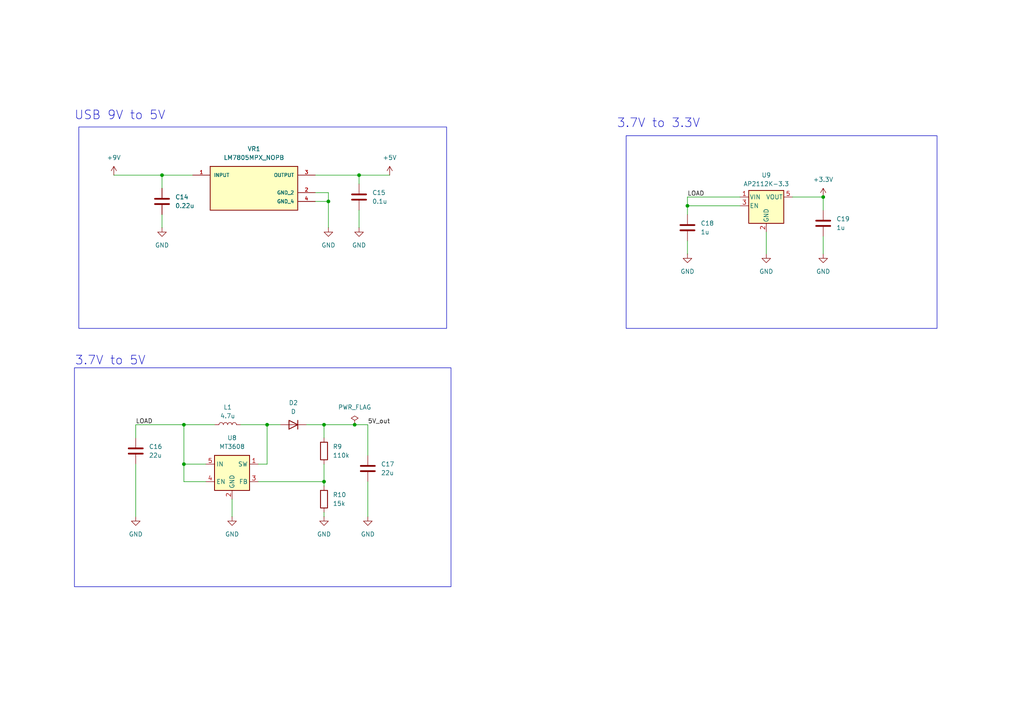
<source format=kicad_sch>
(kicad_sch (version 20231120) (generator "eeschema") (generator_version "8.0")
  (paper "A4")
  (title_block (title "Power Module") (date "2025-03-23") (rev "1") (company "University Of Cape Town") (comment 4 "Author: Khanzi Olwethu[KHNOLW003], Athenkosi Khonzani[KHNATH002]"))
  (lib_symbols
    (symbol "Device:C" (pin_numbers hide) (pin_names (offset 0.254))
      (property "Reference" "C" (at 0.635 2.54 0))
      (property "Value" "C" (at 0.635 -2.54 0))
      (symbol "C_0_1"
        (polyline (pts (xy -2.032 -0.762) (xy 2.032 -0.762)) (stroke (width 0.508)))
        (polyline (pts (xy -2.032 0.762) (xy 2.032 0.762)) (stroke (width 0.508)))
      )
      (symbol "C_1_1"
        (pin passive line (at 0 3.81 270) (length 2.794) (name "~") (number "1"))
        (pin passive line (at 0 -3.81 90) (length 2.794) (name "~") (number "2"))
      )
    )
    (symbol "Device:D" (pin_numbers hide) (pin_names (offset 1.016) hide)
      (property "Reference" "D" (at 0 2.54 0))
      (property "Value" "D" (at 0 -2.54 0))
      (symbol "D_0_1"
        (polyline (pts (xy -1.27 1.27) (xy -1.27 -1.27)) (stroke (width 0.254)))
        (polyline (pts (xy 1.27 0) (xy -1.27 0)))
        (polyline (pts (xy 1.27 1.27) (xy 1.27 -1.27) (xy -1.27 0) (xy 1.27 1.27)) (stroke (width 0.254)))
      )
      (symbol "D_1_1"
        (pin passive line (at -3.81 0 0) (length 2.54) (name "K") (number "1"))
        (pin passive line (at 3.81 0 180) (length 2.54) (name "A") (number "2"))
      )
    )
    (symbol "Device:L" (pin_numbers hide) (pin_names (offset 1.016) hide)
      (property "Reference" "L" (at -1.27 0 90))
      (property "Value" "L" (at 1.905 0 90))
      (symbol "L_0_1"
        (arc (start 0 -2.54) (mid 0.6323 -1.905) (end 0 -1.27))
        (arc (start 0 -1.27) (mid 0.6323 -0.635) (end 0 0))
        (arc (start 0 0) (mid 0.6323 0.635) (end 0 1.27))
        (arc (start 0 1.27) (mid 0.6323 1.905) (end 0 2.54))
      )
      (symbol "L_1_1"
        (pin passive line (at 0 3.81 270) (length 1.27) (name "1") (number "1"))
        (pin passive line (at 0 -3.81 90) (length 1.27) (name "2") (number "2"))
      )
    )
    (symbol "Device:R" (pin_numbers hide) (pin_names (offset 0))
      (property "Reference" "R" (at 2.032 0 90))
      (property "Value" "R" (at 0 0 90))
      (symbol "R_0_1"
        (rectangle (start -1.016 -2.54) (end 1.016 2.54) (stroke (width 0.254)))
      )
      (symbol "R_1_1"
        (pin passive line (at 0 3.81 270) (length 1.27) (name "~") (number "1"))
        (pin passive line (at 0 -3.81 90) (length 1.27) (name "~") (number "2"))
      )
    )
    (symbol "LM7805MPX_NOPB:LM7805MPX_NOPB" (pin_names (offset 1.016))
      (property "Reference" "VR" (at -12.7 6.08 0))
      (property "Value" "LM7805MPX_NOPB" (at -12.7 -9.08 0))
      (symbol "LM7805MPX_NOPB_0_0"
        (rectangle (start -12.7 -7.62) (end 12.7 5.08) (stroke (width 0.254)) (fill (type background)))
        (pin input line (at -17.78 2.54 0) (length 5.08) (name "INPUT") (number "1"))
        (pin power_in line (at 17.78 -2.54 180) (length 5.08) (name "GND_2") (number "2"))
        (pin output line (at 17.78 2.54 180) (length 5.08) (name "OUTPUT") (number "3"))
        (pin power_in line (at 17.78 -5.08 180) (length 5.08) (name "GND_4") (number "4"))
      )
    )
    (symbol "Regulator_Linear:AP2112K-3.3" (pin_names (offset 0.254))
      (property "Reference" "U" (at -5.08 5.715 0))
      (property "Value" "AP2112K-3.3" (at 0 5.715 0))
      (symbol "AP2112K-3.3_0_1"
        (rectangle (start -5.08 4.445) (end 5.08 -5.08) (stroke (width 0.254)) (fill (type background)))
      )
      (symbol "AP2112K-3.3_1_1"
        (pin power_in line (at -7.62 2.54 0) (length 2.54) (name "VIN") (number "1"))
        (pin power_in line (at 0 -7.62 90) (length 2.54) (name "GND") (number "2"))
        (pin input line (at -7.62 0 0) (length 2.54) (name "EN") (number "3"))
        (pin no_connect line (at 5.08 0 180) (length 2.54) hide (name "NC") (number "4"))
        (pin power_out line (at 7.62 2.54 180) (length 2.54) (name "VOUT") (number "5"))
      )
    )
    (symbol "Regulator_Switching:MT3608"
      (property "Reference" "U" (at -2.54 8.89 0))
      (property "Value" "MT3608" (at -3.81 6.35 0))
      (symbol "MT3608_0_1"
        (rectangle (start -5.08 5.08) (end 5.08 -5.08) (stroke (width 0.254)) (fill (type background)))
      )
      (symbol "MT3608_1_1"
        (pin passive line (at 7.62 2.54 180) (length 2.54) (name "SW") (number "1"))
        (pin power_in line (at 0 -7.62 90) (length 2.54) (name "GND") (number "2"))
        (pin input line (at 7.62 -2.54 180) (length 2.54) (name "FB") (number "3"))
        (pin input line (at -7.62 -2.54 0) (length 2.54) (name "EN") (number "4"))
        (pin power_in line (at -7.62 2.54 0) (length 2.54) (name "IN") (number "5"))
        (pin no_connect line (at 5.08 0 180) (length 2.54) hide (name "NC") (number "6"))
      )
    )
    (symbol "power:+3.3V" (power) (pin_numbers hide) (pin_names (offset 0) hide)
      (property "Value" "+3.3V" (at 0 3.556 0))
      (symbol "+3.3V_0_1"
        (polyline (pts (xy -0.762 1.27) (xy 0 2.54)))
        (polyline (pts (xy 0 0) (xy 0 2.54)))
        (polyline (pts (xy 0 2.54) (xy 0.762 1.27)))
      )
      (symbol "+3.3V_1_1"
        (pin power_in line (at 0 0 90) (length 0) (name "~") (number "1"))
      )
    )
    (symbol "power:+5V" (power) (pin_numbers hide) (pin_names (offset 0) hide)
      (property "Value" "+5V" (at 0 3.556 0))
      (symbol "+5V_0_1"
        (polyline (pts (xy -0.762 1.27) (xy 0 2.54)))
        (polyline (pts (xy 0 0) (xy 0 2.54)))
        (polyline (pts (xy 0 2.54) (xy 0.762 1.27)))
      )
      (symbol "+5V_1_1"
        (pin power_in line (at 0 0 90) (length 0) (name "~") (number "1"))
      )
    )
    (symbol "power:+9V" (power) (pin_numbers hide) (pin_names (offset 0) hide)
      (property "Value" "+9V" (at 0 3.556 0))
      (symbol "+9V_0_1"
        (polyline (pts (xy -0.762 1.27) (xy 0 2.54)))
        (polyline (pts (xy 0 0) (xy 0 2.54)))
        (polyline (pts (xy 0 2.54) (xy 0.762 1.27)))
      )
      (symbol "+9V_1_1"
        (pin power_in line (at 0 0 90) (length 0) (name "~") (number "1"))
      )
    )
    (symbol "power:GND" (power) (pin_numbers hide) (pin_names (offset 0) hide)
      (property "Value" "GND" (at 0 -3.81 0))
      (symbol "GND_0_1"
        (polyline (pts (xy 0 0) (xy 0 -1.27) (xy 1.27 -1.27) (xy 0 -2.54) (xy -1.27 -1.27) (xy 0 -1.27)))
      )
      (symbol "GND_1_1"
        (pin power_in line (at 0 0 270) (length 0) (name "~") (number "1"))
      )
    )
    (symbol "power:PWR_FLAG" (power) (pin_numbers hide) (pin_names (offset 0) hide)
      (property "Value" "PWR_FLAG" (at 0 3.81 0))
      (symbol "PWR_FLAG_0_0"
        (pin power_out line (at 0 0 90) (length 0) (name "~") (number "1"))
      )
      (symbol "PWR_FLAG_0_1"
        (polyline (pts (xy 0 0) (xy 0 1.27) (xy -1.016 1.905) (xy 0 2.54) (xy 1.016 1.905) (xy 0 1.27)))
      )
    )
  )
  (junction (at 46.99 50.8))
  (junction (at 102.87 123.19))
  (junction (at 93.98 139.7))
  (junction (at 199.39 59.69))
  (junction (at 53.34 134.62))
  (junction (at 95.25 58.42))
  (junction (at 238.76 57.15))
  (junction (at 53.34 123.19))
  (junction (at 77.47 123.19))
  (junction (at 93.98 123.19))
  (junction (at 104.14 50.8))
  (wire (pts (xy 77.47 134.62) (xy 77.47 123.19)))
  (wire (pts (xy 93.98 134.62) (xy 93.98 139.7)))
  (wire (pts (xy 53.34 134.62) (xy 53.34 123.19)))
  (wire (pts (xy 93.98 123.19) (xy 93.98 127)))
  (wire (pts (xy 59.69 139.7) (xy 53.34 139.7)))
  (wire (pts (xy 53.34 123.19) (xy 39.37 123.19)))
  (wire (pts (xy 93.98 139.7) (xy 93.98 140.97)))
  (wire (pts (xy 214.63 57.15) (xy 199.39 57.15)))
  (wire (pts (xy 229.87 57.15) (xy 238.76 57.15)))
  (wire (pts (xy 91.44 58.42) (xy 95.25 58.42)))
  (wire (pts (xy 238.76 68.58) (xy 238.76 73.66)))
  (wire (pts (xy 199.39 57.15) (xy 199.39 59.69)))
  (wire (pts (xy 59.69 134.62) (xy 53.34 134.62)))
  (wire (pts (xy 74.93 134.62) (xy 77.47 134.62)))
  (wire (pts (xy 238.76 57.15) (xy 238.76 60.96)))
  (wire (pts (xy 104.14 60.96) (xy 104.14 66.04)))
  (wire (pts (xy 67.31 144.78) (xy 67.31 149.86)))
  (wire (pts (xy 39.37 134.62) (xy 39.37 149.86)))
  (wire (pts (xy 55.88 50.8) (xy 46.99 50.8)))
  (wire (pts (xy 95.25 58.42) (xy 95.25 66.04)))
  (wire (pts (xy 199.39 59.69) (xy 214.63 59.69)))
  (wire (pts (xy 102.87 123.19) (xy 106.68 123.19)))
  (wire (pts (xy 88.9 123.19) (xy 93.98 123.19)))
  (wire (pts (xy 104.14 50.8) (xy 113.03 50.8)))
  (wire (pts (xy 222.25 67.31) (xy 222.25 73.66)))
  (wire (pts (xy 69.85 123.19) (xy 77.47 123.19)))
  (wire (pts (xy 91.44 55.88) (xy 95.25 55.88)))
  (wire (pts (xy 53.34 123.19) (xy 62.23 123.19)))
  (wire (pts (xy 106.68 132.08) (xy 106.68 123.19)))
  (wire (pts (xy 106.68 139.7) (xy 106.68 149.86)))
  (wire (pts (xy 199.39 69.85) (xy 199.39 73.66)))
  (wire (pts (xy 46.99 50.8) (xy 46.99 54.61)))
  (wire (pts (xy 77.47 123.19) (xy 81.28 123.19)))
  (wire (pts (xy 39.37 123.19) (xy 39.37 127)))
  (wire (pts (xy 93.98 148.59) (xy 93.98 149.86)))
  (wire (pts (xy 74.93 139.7) (xy 93.98 139.7)))
  (wire (pts (xy 93.98 123.19) (xy 102.87 123.19)))
  (wire (pts (xy 33.02 50.8) (xy 46.99 50.8)))
  (wire (pts (xy 104.14 50.8) (xy 104.14 53.34)))
  (wire (pts (xy 53.34 139.7) (xy 53.34 134.62)))
  (wire (pts (xy 199.39 59.69) (xy 199.39 62.23)))
  (wire (pts (xy 46.99 62.23) (xy 46.99 66.04)))
  (wire (pts (xy 95.25 55.88) (xy 95.25 58.42)))
  (wire (pts (xy 91.44 50.8) (xy 104.14 50.8)))
  (rectangle (start 21.59 106.68) (end 130.81 170.18))
  (rectangle (start 22.86 36.83) (end 129.54 95.25))
  (rectangle (start 181.61 39.37) (end 271.78 95.25))
  (text "3.7V to 5V" (at 32.004 104.648 0) (effects (font (size 2.54 2.54))))
  (text "USB 9V to 5V" (at 34.798 33.528 0) (effects (font (size 2.54 2.54))))
  (text "3.7V to 3.3V" (at 191.008 35.814 0) (effects (font (size 2.54 2.54))))
  (label "LOAD" (at 39.37 123.19 0))
  (label "5V_out" (at 106.68 123.19 0))
  (label "LOAD" (at 199.39 57.15 0))
  (symbol (lib_id "Device:C") (at 199.39 66.04 0) (unit 1)
    (property "Reference" "C18" (at 203.2 64.7699 0) (effects (justify left)))
    (property "Value" "1u" (at 203.2 67.3099 0) (effects (justify left)))
    (property "Description" "Unpolarized capacitor" (effects (hide yes)))
  )
  (symbol (lib_id "power:+5V") (at 113.03 50.8 0) (unit 1)
    (property "Reference" "#PWR037" (effects (hide yes)))
    (property "Value" "+5V" (at 113.03 45.72 0))
    (property "Description" "Power symbol creates a global label with name \"+5V\"" (effects (hide yes)))
  )
  (symbol (lib_id "power:GND") (at 39.37 149.86 0) (unit 1)
    (property "Reference" "#PWR038" (effects (hide yes)))
    (property "Value" "GND" (at 39.37 154.94 0))
    (property "Description" "Power symbol creates a global label with name \"GND\" , ground" (effects (hide yes)))
  )
  (symbol (lib_id "power:GND") (at 46.99 66.04 0) (unit 1)
    (property "Reference" "#PWR034" (effects (hide yes)))
    (property "Value" "GND" (at 46.99 71.12 0))
    (property "Description" "Power symbol creates a global label with name \"GND\" , ground" (effects (hide yes)))
  )
  (symbol (lib_id "Device:C") (at 106.68 135.89 0) (unit 1)
    (property "Reference" "C17" (at 110.49 134.6199 0) (effects (justify left)))
    (property "Value" "22u" (at 110.49 137.1599 0) (effects (justify left)))
    (property "Description" "Unpolarized capacitor" (effects (hide yes)))
  )
  (symbol (lib_id "LM7805MPX_NOPB:LM7805MPX_NOPB") (at 73.66 53.34 0) (unit 1)
    (property "Reference" "VR1" (at 73.66 43.18 0))
    (property "Value" "LM7805MPX_NOPB" (at 73.66 45.72 0))
    (property "Footprint" "LM7805MPX_NOPB:VREG_LM7805MPX_NOPB" (effects (hide yes)))
    (property "MF" "Texas Instruments" (effects (hide yes)))
    (property "MAXIMUM_PACKAGE_HEIGHT" "1.80 mm" (effects (hide yes)))
    (property "Package" "SOT-223-4 Texas Instruments" (effects (hide yes)))
    (property "Price" "None" (effects (hide yes)))
    (property "Check_prices" "https://www.snapeda.com/parts/LM7805MPX/NOPB/Texas+Instruments/view-part/?ref=eda" (effects (hide yes)))
    (property "STANDARD" "Manufacturer Recommendations" (effects (hide yes)))
    (property "PARTREV" "L" (effects (hide yes)))
    (property "SnapEDA_Link" "https://www.snapeda.com/parts/LM7805MPX/NOPB/Texas+Instruments/view-part/?ref=snap" (effects (hide yes)))
    (property "MP" "LM7805MPX/NOPB" (effects (hide yes)))
    (property "Description_1" "\n                        \n                            1.5-A, 30-V, linear voltage regulator\n                        \n" (effects (hide yes)))
    (property "Availability" "In Stock" (effects (hide yes)))
    (property "MANUFACTURER" "Texas Instruments" (effects (hide yes)))
  )
  (symbol (lib_id "Device:D") (at 85.09 123.19 180) (unit 1)
    (property "Reference" "D2" (at 85.09 116.84 0))
    (property "Value" "D" (at 85.09 119.38 0))
    (property "Description" "Diode" (effects (hide yes)))
    (property "Sim.Device" "D" (effects (hide yes)))
    (property "Sim.Pins" "1=K 2=A" (effects (hide yes)))
  )
  (symbol (lib_id "Device:C") (at 238.76 64.77 0) (unit 1)
    (property "Reference" "C19" (at 242.57 63.4999 0) (effects (justify left)))
    (property "Value" "1u" (at 242.57 66.0399 0) (effects (justify left)))
    (property "Description" "Unpolarized capacitor" (effects (hide yes)))
  )
  (symbol (lib_id "power:PWR_FLAG") (at 102.87 123.19 0) (unit 1)
    (property "Reference" "#FLG06" (effects (hide yes)))
    (property "Value" "PWR_FLAG" (at 102.87 118.11 0))
    (property "Description" "Special symbol for telling ERC where power comes from" (effects (hide yes)))
  )
  (symbol (lib_id "power:+3.3V") (at 238.76 57.15 0) (unit 1)
    (property "Reference" "#PWR045" (effects (hide yes)))
    (property "Value" "+3.3V" (at 238.76 52.07 0))
    (property "Description" "Power symbol creates a global label with name \"+3.3V\"" (effects (hide yes)))
  )
  (symbol (lib_id "Device:R") (at 93.98 130.81 0) (unit 1)
    (property "Reference" "R9" (at 96.52 129.5399 0) (effects (justify left)))
    (property "Value" "110k" (at 96.52 132.0799 0) (effects (justify left)))
    (property "Description" "Resistor" (effects (hide yes)))
  )
  (symbol (lib_id "Device:R") (at 93.98 144.78 0) (unit 1)
    (property "Reference" "R10" (at 96.52 143.5099 0) (effects (justify left)))
    (property "Value" "15k" (at 96.52 146.0499 0) (effects (justify left)))
    (property "Description" "Resistor" (effects (hide yes)))
  )
  (symbol (lib_id "power:GND") (at 95.25 66.04 0) (unit 1)
    (property "Reference" "#PWR033" (effects (hide yes)))
    (property "Value" "GND" (at 95.25 71.12 0))
    (property "Description" "Power symbol creates a global label with name \"GND\" , ground" (effects (hide yes)))
  )
  (symbol (lib_id "power:GND") (at 93.98 149.86 0) (unit 1)
    (property "Reference" "#PWR040" (effects (hide yes)))
    (property "Value" "GND" (at 93.98 154.94 0))
    (property "Description" "Power symbol creates a global label with name \"GND\" , ground" (effects (hide yes)))
  )
  (symbol (lib_id "power:GND") (at 199.39 73.66 0) (unit 1)
    (property "Reference" "#PWR042" (effects (hide yes)))
    (property "Value" "GND" (at 199.39 78.74 0))
    (property "Description" "Power symbol creates a global label with name \"GND\" , ground" (effects (hide yes)))
  )
  (symbol (lib_id "Device:C") (at 104.14 57.15 0) (unit 1)
    (property "Reference" "C15" (at 107.95 55.8799 0) (effects (justify left)))
    (property "Value" "0.1u" (at 107.95 58.4199 0) (effects (justify left)))
    (property "Description" "Unpolarized capacitor" (effects (hide yes)))
  )
  (symbol (lib_id "Device:C") (at 46.99 58.42 0) (unit 1)
    (property "Reference" "C14" (at 50.8 57.1499 0) (effects (justify left)))
    (property "Value" "0.22u" (at 50.8 59.6899 0) (effects (justify left)))
    (property "Description" "Unpolarized capacitor" (effects (hide yes)))
  )
  (symbol (lib_id "power:GND") (at 67.31 149.86 0) (unit 1)
    (property "Reference" "#PWR039" (effects (hide yes)))
    (property "Value" "GND" (at 67.31 154.94 0))
    (property "Description" "Power symbol creates a global label with name \"GND\" , ground" (effects (hide yes)))
  )
  (symbol (lib_id "Device:C") (at 39.37 130.81 0) (unit 1)
    (property "Reference" "C16" (at 43.18 129.5399 0) (effects (justify left)))
    (property "Value" "22u" (at 43.18 132.0799 0) (effects (justify left)))
    (property "Description" "Unpolarized capacitor" (effects (hide yes)))
  )
  (symbol (lib_id "power:GND") (at 222.25 73.66 0) (unit 1)
    (property "Reference" "#PWR043" (effects (hide yes)))
    (property "Value" "GND" (at 222.25 78.74 0))
    (property "Description" "Power symbol creates a global label with name \"GND\" , ground" (effects (hide yes)))
  )
  (symbol (lib_id "power:+9V") (at 33.02 50.8 0) (unit 1)
    (property "Reference" "#PWR036" (effects (hide yes)))
    (property "Value" "+9V" (at 33.02 45.72 0))
    (property "Description" "Power symbol creates a global label with name \"+9V\"" (effects (hide yes)))
  )
  (symbol (lib_id "power:GND") (at 104.14 66.04 0) (unit 1)
    (property "Reference" "#PWR035" (effects (hide yes)))
    (property "Value" "GND" (at 104.14 71.12 0))
    (property "Description" "Power symbol creates a global label with name \"GND\" , ground" (effects (hide yes)))
  )
  (symbol (lib_id "power:GND") (at 106.68 149.86 0) (unit 1)
    (property "Reference" "#PWR041" (effects (hide yes)))
    (property "Value" "GND" (at 106.68 154.94 0))
    (property "Description" "Power symbol creates a global label with name \"GND\" , ground" (effects (hide yes)))
  )
  (symbol (lib_id "Device:L") (at 66.04 123.19 90) (unit 1)
    (property "Reference" "L1" (at 66.04 118.11 90))
    (property "Value" "4.7u" (at 66.04 120.65 90))
    (property "Description" "Inductor" (effects (hide yes)))
  )
  (symbol (lib_id "power:GND") (at 238.76 73.66 0) (unit 1)
    (property "Reference" "#PWR044" (effects (hide yes)))
    (property "Value" "GND" (at 238.76 78.74 0))
    (property "Description" "Power symbol creates a global label with name \"GND\" , ground" (effects (hide yes)))
  )
  (symbol (lib_id "Regulator_Switching:MT3608") (at 67.31 137.16 0) (unit 1)
    (property "Reference" "U8" (at 67.31 127 0))
    (property "Value" "MT3608" (at 67.31 129.54 0))
    (property "Footprint" "Package_TO_SOT_SMD:SOT-23-6" (effects (hide yes)))
    (property "Datasheet" "https://www.olimex.com/Products/Breadboarding/BB-PWR-3608/resources/MT3608.pdf" (effects (hide yes)))
    (property "Description" "High Efficiency 1.2MHz 2A Step Up Converter, 2-24V Vin, 28V Vout, 4A current limit, 1.2MHz, SOT23-6" (effects (hide yes)))
  )
  (symbol (lib_id "Regulator_Linear:AP2112K-3.3") (at 222.25 59.69 0) (unit 1)
    (property "Reference" "U9" (at 222.25 50.8 0))
    (property "Value" "AP2112K-3.3" (at 222.25 53.34 0))
    (property "Footprint" "Package_TO_SOT_SMD:SOT-23-5" (effects (hide yes)))
    (property "Datasheet" "https://www.diodes.com/assets/Datasheets/AP2112.pdf" (effects (hide yes)))
    (property "Description" "600mA low dropout linear regulator, with enable pin, 3.8V-6V input voltage range, 3.3V fixed positive output, SOT-23-5" (effects (hide yes)))
  )
)
</source>
